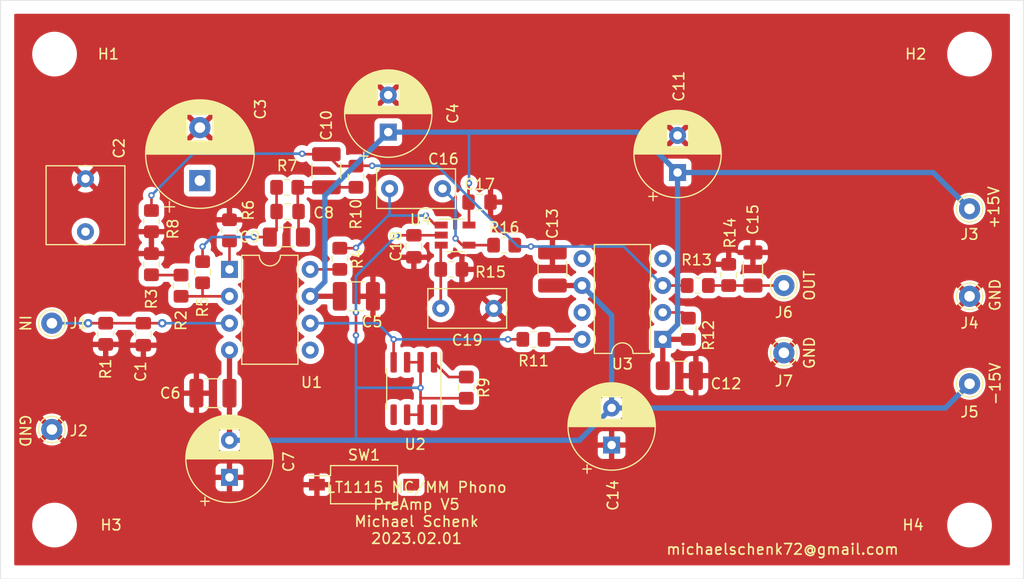
<source format=kicad_pcb>
(kicad_pcb (version 20211014) (generator pcbnew)
  (layers (0 "F.Cu" signal) (31 "B.Cu" signal) (34 "B.Paste" user) (35 "F.Paste" user) (36 "B.SilkS" user "B.Silkscreen") (37 "F.SilkS" user "F.Silkscreen") (38 "B.Mask" user) (39 "F.Mask" user) (44 "Edge.Cuts" user))
  (net 0 "")
  (net 1 "GND")
  (net 2 "Net-(C1-Pad1)")
  (net 3 "Net-(C2-Pad2)")
  (net 4 "+15V")
  (net 5 "-15V")
  (net 6 "Net-(C8-Pad2)")
  (net 7 "Net-(C10-Pad2)")
  (net 8 "SERVO_INR")
  (net 9 "Net-(C15-Pad1)")
  (net 10 "Net-(C16-Pad2)")
  (net 11 "Net-(C19-Pad2)")
  (net 12 "Net-(R2-Pad2)")
  (net 13 "Net-(R2-Pad1)")
  (net 14 "Net-(R6-Pad2)")
  (net 15 "Net-(R9-Pad1)")
  (net 16 "Net-(R11-Pad2)")
  (net 17 "Net-(R11-Pad1)")
  (net 18 "Net-(R12-Pad2)")
  (net 19 "Net-(C16-Pad1)")
  (net 20 "SERVO_OUT")
  (footprint "Capacitor_SMD:C_0805_2012Metric_Pad1.18x1.45mm_HandSolder" (layer "F.Cu") (at 93.472 120.4175 -90)
    (fp_text reference "C1" (at 3.5345 0.254 90) (layer "F.SilkS"))
    (fp_text value "C")
    (pad "1" smd roundrect locked (at -1.0375 0 270) (size 1.175 1.45) (layers "F.Cu" "F.Paste" "F.Mask") (roundrect_rratio 0.2127659574) (net 2 "Net-(C1-Pad1)"))
    (pad "2" smd roundrect locked (at 1.0375 0 270) (size 1.175 1.45) (layers "F.Cu" "F.Paste" "F.Mask") (roundrect_rratio 0.2127659574) (net 1 "GND"))
  )
  (footprint "Capacitor_THT:C_Rect_L7.2mm_W7.2mm_P5.00mm_FKS2_FKP2_MKS2_MKP2" (layer "F.Cu") (at 88.011 105.744 -90)
    (fp_text reference "C2" (at -2.874 -3.175 90) (layer "F.SilkS"))
    (fp_text value "4.7uF")
    (pad "1" thru_hole circle locked (at 0 0 270) (size 1.6 1.6) (drill 0.8) (layers *.Cu *.Mask) (net 1 "GND"))
    (pad "2" thru_hole circle locked (at 5 0 270) (size 1.6 1.6) (drill 0.8) (layers *.Cu *.Mask) (net 3 "Net-(C2-Pad2)"))
  )
  (footprint "Capacitor_THT:CP_Radial_D8.0mm_P3.50mm" (layer "F.Cu") (at 116.586 101.346 90)
    (fp_text reference "C4" (at 1.75 6.096 90) (layer "F.SilkS"))
    (fp_text value "220uF/25V")
    (pad "1" thru_hole rect locked (at 0 0 90) (size 1.6 1.6) (drill 0.8) (layers *.Cu *.Mask) (net 4 "+15V"))
    (pad "2" thru_hole circle locked (at 3.5 0 90) (size 1.6 1.6) (drill 0.8) (layers *.Cu *.Mask) (net 1 "GND"))
  )
  (footprint "Capacitor_SMD:C_1210_3225Metric_Pad1.33x2.70mm_HandSolder" (layer "F.Cu") (at 113.5765 116.84)
    (fp_text reference "C5" (at 1.4855 2.413) (layer "F.SilkS"))
    (fp_text value "1uF")
    (pad "1" smd roundrect locked (at -1.5625 0) (size 1.325 2.7) (layers "F.Cu" "F.Paste" "F.Mask") (roundrect_rratio 0.1886777358) (net 4 "+15V"))
    (pad "2" smd roundrect locked (at 1.5625 0) (size 1.325 2.7) (layers "F.Cu" "F.Paste" "F.Mask") (roundrect_rratio 0.1886777358) (net 1 "GND"))
  )
  (footprint "Capacitor_SMD:C_1210_3225Metric_Pad1.33x2.70mm_HandSolder" (layer "F.Cu") (at 100.0375 125.984)
    (fp_text reference "C6" (at -4.0255 0) (layer "F.SilkS"))
    (fp_text value "1uF")
    (pad "1" smd roundrect locked (at -1.5625 0) (size 1.325 2.7) (layers "F.Cu" "F.Paste" "F.Mask") (roundrect_rratio 0.1886777358) (net 1 "GND"))
    (pad "2" smd roundrect locked (at 1.5625 0) (size 1.325 2.7) (layers "F.Cu" "F.Paste" "F.Mask") (roundrect_rratio 0.1886777358) (net 5 "-15V"))
  )
  (footprint "Capacitor_THT:CP_Radial_D8.0mm_P3.50mm" (layer "F.Cu") (at 101.6 133.929 90)
    (fp_text reference "C7" (at 1.468 5.588 90) (layer "F.SilkS"))
    (fp_text value "220uF/25V")
    (pad "1" thru_hole rect locked (at 0 0 90) (size 1.6 1.6) (drill 0.8) (layers *.Cu *.Mask) (net 1 "GND"))
    (pad "2" thru_hole circle locked (at 3.5 0 90) (size 1.6 1.6) (drill 0.8) (layers *.Cu *.Mask) (net 5 "-15V"))
  )
  (footprint "Capacitor_SMD:C_0805_2012Metric_Pad1.18x1.45mm_HandSolder" (layer "F.Cu") (at 107.0825 108.839 180)
    (fp_text reference "C8" (at -3.4075 -0.127) (layer "F.SilkS"))
    (fp_text value "330pF")
    (pad "1" smd roundrect locked (at -1.0375 0 180) (size 1.175 1.45) (layers "F.Cu" "F.Paste" "F.Mask") (roundrect_rratio 0.2127659574) (net 7 "Net-(C10-Pad2)"))
    (pad "2" smd roundrect locked (at 1.0375 0 180) (size 1.175 1.45) (layers "F.Cu" "F.Paste" "F.Mask") (roundrect_rratio 0.2127659574) (net 6 "Net-(C8-Pad2)"))
  )
  (footprint "Capacitor_SMD:C_1206_3216Metric_Pad1.33x1.80mm_HandSolder" (layer "F.Cu") (at 106.9725 111.252 180)
    (fp_text reference "C9" (at 3.4675 0) (layer "F.SilkS"))
    (fp_text value "3.9nF")
    (pad "1" smd roundrect locked (at -1.5625 0 180) (size 1.325 1.8) (layers "F.Cu" "F.Paste" "F.Mask") (roundrect_rratio 0.1886777358) (net 7 "Net-(C10-Pad2)"))
    (pad "2" smd roundrect locked (at 1.5625 0 180) (size 1.325 1.8) (layers "F.Cu" "F.Paste" "F.Mask") (roundrect_rratio 0.1886777358) (net 6 "Net-(C8-Pad2)"))
  )
  (footprint "Capacitor_SMD:C_1210_3225Metric_Pad1.33x2.70mm_HandSolder" (layer "F.Cu") (at 110.744 104.9905 -90)
    (fp_text reference "C10" (at -4.2795 0 90) (layer "F.SilkS"))
    (fp_text value "15nF")
    (pad "1" smd roundrect locked (at -1.5625 0 270) (size 1.325 2.7) (layers "F.Cu" "F.Paste" "F.Mask") (roundrect_rratio 0.1886777358) (net 8 "SERVO_INR"))
    (pad "2" smd roundrect locked (at 1.5625 0 270) (size 1.325 2.7) (layers "F.Cu" "F.Paste" "F.Mask") (roundrect_rratio 0.1886777358) (net 7 "Net-(C10-Pad2)"))
  )
  (footprint "Capacitor_SMD:C_1210_3225Metric_Pad1.33x2.70mm_HandSolder" (layer "F.Cu") (at 144.0565 124.333)
    (fp_text reference "C12" (at 4.4065 0.762) (layer "F.SilkS"))
    (fp_text value "1uF")
    (pad "1" smd roundrect locked (at -1.5625 0) (size 1.325 2.7) (layers "F.Cu" "F.Paste" "F.Mask") (roundrect_rratio 0.1886777358) (net 4 "+15V"))
    (pad "2" smd roundrect locked (at 1.5625 0) (size 1.325 2.7) (layers "F.Cu" "F.Paste" "F.Mask") (roundrect_rratio 0.1886777358) (net 1 "GND"))
  )
  (footprint "Capacitor_SMD:C_1210_3225Metric_Pad1.33x2.70mm_HandSolder" (layer "F.Cu") (at 132.08 114.2615 -90)
    (fp_text reference "C13" (at -4.2795 0 90) (layer "F.SilkS"))
    (fp_text value "1uF")
    (pad "1" smd roundrect locked (at -1.5625 0 270) (size 1.325 2.7) (layers "F.Cu" "F.Paste" "F.Mask") (roundrect_rratio 0.1886777358) (net 1 "GND"))
    (pad "2" smd roundrect locked (at 1.5625 0 270) (size 1.325 2.7) (layers "F.Cu" "F.Paste" "F.Mask") (roundrect_rratio 0.1886777358) (net 5 "-15V"))
  )
  (footprint "Capacitor_THT:CP_Radial_D8.0mm_P3.50mm" (layer "F.Cu") (at 137.668 130.881 90)
    (fp_text reference "C14" (at -4.755 0.127 90) (layer "F.SilkS"))
    (fp_text value "220uF/25V")
    (pad "1" thru_hole rect locked (at 0 0 90) (size 1.6 1.6) (drill 0.8) (layers *.Cu *.Mask) (net 1 "GND"))
    (pad "2" thru_hole circle locked (at 3.5 0 90) (size 1.6 1.6) (drill 0.8) (layers *.Cu *.Mask) (net 5 "-15V"))
  )
  (footprint "Capacitor_SMD:C_1206_3216Metric_Pad1.33x1.80mm_HandSolder" (layer "F.Cu") (at 151.003 114.2615 90)
    (fp_text reference "C15" (at 4.6605 0 90) (layer "F.SilkS"))
    (fp_text value "3.9nF")
    (pad "1" smd roundrect locked (at -1.5625 0 90) (size 1.325 1.8) (layers "F.Cu" "F.Paste" "F.Mask") (roundrect_rratio 0.1886777358) (net 9 "Net-(C15-Pad1)"))
    (pad "2" smd roundrect locked (at 1.5625 0 90) (size 1.325 1.8) (layers "F.Cu" "F.Paste" "F.Mask") (roundrect_rratio 0.1886777358) (net 1 "GND"))
  )
  (footprint "Capacitor_SMD:C_0805_2012Metric_Pad1.18x1.45mm_HandSolder" (layer "F.Cu") (at 125.2005 107.95)
    (fp_text reference "C17" (at 0 -1.68) (layer "F.SilkS"))
    (fp_text value "100nF")
    (pad "1" smd roundrect locked (at -1.0375 0) (size 1.175 1.45) (layers "F.Cu" "F.Paste" "F.Mask") (roundrect_rratio 0.2127659574) (net 4 "+15V"))
    (pad "2" smd roundrect locked (at 1.0375 0) (size 1.175 1.45) (layers "F.Cu" "F.Paste" "F.Mask") (roundrect_rratio 0.2127659574) (net 1 "GND"))
  )
  (footprint "Capacitor_SMD:C_0805_2012Metric_Pad1.18x1.45mm_HandSolder" (layer "F.Cu") (at 118.999 112.1195 90)
    (fp_text reference "C18" (at 0 -1.68 90) (layer "F.SilkS"))
    (fp_text value "100nF")
    (pad "1" smd roundrect locked (at -1.0375 0 90) (size 1.175 1.45) (layers "F.Cu" "F.Paste" "F.Mask") (roundrect_rratio 0.2127659574) (net 1 "GND"))
    (pad "2" smd roundrect locked (at 1.0375 0 90) (size 1.175 1.45) (layers "F.Cu" "F.Paste" "F.Mask") (roundrect_rratio 0.2127659574) (net 5 "-15V"))
  )
  (footprint "Capacitor_THT:C_Rect_L7.2mm_W3.5mm_P5.00mm_FKS2_FKP2_MKS2_MKP2" (layer "F.Cu") (at 126.539 117.983 180)
    (fp_text reference "C19" (at 2.5 -3) (layer "F.SilkS"))
    (fp_text value "1uF")
    (pad "1" thru_hole circle locked (at 0 0 180) (size 1.6 1.6) (drill 0.8) (layers *.Cu *.Mask) (net 1 "GND"))
    (pad "2" thru_hole circle locked (at 5 0 180) (size 1.6 1.6) (drill 0.8) (layers *.Cu *.Mask) (net 11 "Net-(C19-Pad2)"))
  )
  (footprint "Connector_Pin:Pin_D1.0mm_L10.0mm" (layer "F.Cu") (at 84.836 119.38)
    (fp_text reference "J1" (at 2.54 0) (layer "F.SilkS"))
    (fp_text value "IN")
    (pad "1" thru_hole circle locked (at 0 0) (size 2 2) (drill 1) (layers *.Cu *.Mask) (net 2 "Net-(C1-Pad1)"))
  )
  (footprint "Connector_Pin:Pin_D1.0mm_L10.0mm" (layer "F.Cu") (at 84.836 129.413)
    (fp_text reference "J2" (at 2.54 0.127) (layer "F.SilkS"))
    (fp_text value "IN_GND")
    (pad "1" thru_hole circle locked (at 0 0) (size 2 2) (drill 1) (layers *.Cu *.Mask) (net 1 "GND"))
  )
  (footprint "Connector_Pin:Pin_D1.0mm_L10.0mm" (layer "F.Cu") (at 171.45 108.585)
    (fp_text reference "J3" (at 0 2.413) (layer "F.SilkS"))
    (fp_text value "+15V")
    (pad "1" thru_hole circle locked (at 0 0) (size 2 2) (drill 1) (layers *.Cu *.Mask) (net 4 "+15V"))
  )
  (footprint "Connector_Pin:Pin_D1.0mm_L10.0mm" (layer "F.Cu") (at 171.45 116.84)
    (fp_text reference "J4" (at 0 2.54) (layer "F.SilkS"))
    (fp_text value "GND")
    (pad "1" thru_hole circle locked (at 0 0) (size 2 2) (drill 1) (layers *.Cu *.Mask) (net 1 "GND"))
  )
  (footprint "Connector_Pin:Pin_D1.0mm_L10.0mm" (layer "F.Cu") (at 171.45 125.095)
    (fp_text reference "J5" (at 0 2.667) (layer "F.SilkS"))
    (fp_text value "-15V")
    (pad "1" thru_hole circle locked (at 0 0) (size 2 2) (drill 1) (layers *.Cu *.Mask) (net 5 "-15V"))
  )
  (footprint "Connector_Pin:Pin_D1.0mm_L10.0mm" (layer "F.Cu") (at 153.924 115.824)
    (fp_text reference "J6" (at 0 2.54) (layer "F.SilkS"))
    (fp_text value "OUT")
    (pad "1" thru_hole circle locked (at 0 0) (size 2 2) (drill 1) (layers *.Cu *.Mask) (net 9 "Net-(C15-Pad1)"))
  )
  (footprint "Connector_Pin:Pin_D1.0mm_L10.0mm" (layer "F.Cu") (at 153.924 122.174)
    (fp_text reference "J7" (at 0 2.667) (layer "F.SilkS"))
    (fp_text value "OUT_GND")
    (pad "1" thru_hole circle locked (at 0 0) (size 2 2) (drill 1) (layers *.Cu *.Mask) (net 1 "GND"))
  )
  (footprint "Resistor_SMD:R_0805_2012Metric_Pad1.20x1.40mm_HandSolder" (layer "F.Cu") (at 89.916 120.38 -90)
    (fp_text reference "R1" (at 3.318 0 90) (layer "F.SilkS"))
    (fp_text value "100R")
    (pad "1" smd roundrect locked (at -1 0 270) (size 1.2 1.4) (layers "F.Cu" "F.Paste" "F.Mask") (roundrect_rratio 0.2083325) (net 2 "Net-(C1-Pad1)"))
    (pad "2" smd roundrect locked (at 1 0 270) (size 1.2 1.4) (layers "F.Cu" "F.Paste" "F.Mask") (roundrect_rratio 0.2083325) (net 1 "GND"))
  )
  (footprint "Resistor_SMD:R_0805_2012Metric_Pad1.20x1.40mm_HandSolder" (layer "F.Cu") (at 97.028 115.84 90)
    (fp_text reference "R2" (at -3.286 0 90) (layer "F.SilkS"))
    (fp_text value "22.6R")
    (pad "1" smd roundrect locked (at -1 0 90) (size 1.2 1.4) (layers "F.Cu" "F.Paste" "F.Mask") (roundrect_rratio 0.2083325) (net 13 "Net-(R2-Pad1)"))
    (pad "2" smd roundrect locked (at 1 0 90) (size 1.2 1.4) (layers "F.Cu" "F.Paste" "F.Mask") (roundrect_rratio 0.2083325) (net 12 "Net-(R2-Pad2)"))
  )
  (footprint "Resistor_SMD:R_0805_2012Metric_Pad1.20x1.40mm_HandSolder" (layer "F.Cu") (at 94.234 113.808 90)
    (fp_text reference "R3" (at -3.286 0 90) (layer "F.SilkS"))
    (fp_text value "210R/0R")
    (pad "1" smd roundrect locked (at -1 0 90) (size 1.2 1.4) (layers "F.Cu" "F.Paste" "F.Mask") (roundrect_rratio 0.2083325) (net 12 "Net-(R2-Pad2)"))
    (pad "2" smd roundrect locked (at 1 0 90) (size 1.2 1.4) (layers "F.Cu" "F.Paste" "F.Mask") (roundrect_rratio 0.2083325) (net 1 "GND"))
  )
  (footprint "Resistor_SMD:R_0805_2012Metric_Pad1.20x1.40mm_HandSolder" (layer "F.Cu") (at 99.06 114.57 -90)
    (fp_text reference "R5" (at 3.286 0 90) (layer "F.SilkS"))
    (fp_text value "499R")
    (pad "1" smd roundrect locked (at -1 0 270) (size 1.2 1.4) (layers "F.Cu" "F.Paste" "F.Mask") (roundrect_rratio 0.2083325) (net 6 "Net-(C8-Pad2)"))
    (pad "2" smd roundrect locked (at 1 0 270) (size 1.2 1.4) (layers "F.Cu" "F.Paste" "F.Mask") (roundrect_rratio 0.2083325) (net 13 "Net-(R2-Pad1)"))
  )
  (footprint "Resistor_SMD:R_0805_2012Metric_Pad1.20x1.40mm_HandSolder" (layer "F.Cu") (at 107.045 106.553 180)
    (fp_text reference "R7" (at 0 2.032) (layer "F.SilkS"))
    (fp_text value "17.8k")
    (pad "1" smd roundrect locked (at -1 0 180) (size 1.2 1.4) (layers "F.Cu" "F.Paste" "F.Mask") (roundrect_rratio 0.2083325) (net 7 "Net-(C10-Pad2)"))
    (pad "2" smd roundrect locked (at 1 0 180) (size 1.2 1.4) (layers "F.Cu" "F.Paste" "F.Mask") (roundrect_rratio 0.2083325) (net 6 "Net-(C8-Pad2)"))
  )
  (footprint "Resistor_SMD:R_0805_2012Metric_Pad1.20x1.40mm_HandSolder" (layer "F.Cu") (at 94.234 109.744 -90)
    (fp_text reference "R8" (at 0.746 -2.032 90) (layer "F.SilkS"))
    (fp_text value "82.5k")
    (pad "1" smd roundrect locked (at -1 0 270) (size 1.2 1.4) (layers "F.Cu" "F.Paste" "F.Mask") (roundrect_rratio 0.2083325) (net 8 "SERVO_INR"))
    (pad "2" smd roundrect locked (at 1 0 270) (size 1.2 1.4) (layers "F.Cu" "F.Paste" "F.Mask") (roundrect_rratio 0.2083325) (net 1 "GND"))
  )
  (footprint "Resistor_SMD:R_0805_2012Metric_Pad1.20x1.40mm_HandSolder" (layer "F.Cu") (at 123.952 125.46 -90)
    (fp_text reference "R9" (at 0 -1.65 90) (layer "F.SilkS"))
    (fp_text value "33.2R")
    (pad "1" smd roundrect locked (at -1 0 270) (size 1.2 1.4) (layers "F.Cu" "F.Paste" "F.Mask") (roundrect_rratio 0.2083325) (net 15 "Net-(R9-Pad1)"))
    (pad "2" smd roundrect locked (at 1 0 270) (size 1.2 1.4) (layers "F.Cu" "F.Paste" "F.Mask") (roundrect_rratio 0.2083325) (net 5 "-15V"))
  )
  (footprint "Resistor_SMD:R_0805_2012Metric_Pad1.20x1.40mm_HandSolder" (layer "F.Cu") (at 113.538 105.553 -90)
    (fp_text reference "R10" (at 3.54 0 90) (layer "F.SilkS"))
    (fp_text value "210k")
    (pad "1" smd roundrect locked (at -1 0 270) (size 1.2 1.4) (layers "F.Cu" "F.Paste" "F.Mask") (roundrect_rratio 0.2083325) (net 8 "SERVO_INR"))
    (pad "2" smd roundrect locked (at 1 0 270) (size 1.2 1.4) (layers "F.Cu" "F.Paste" "F.Mask") (roundrect_rratio 0.2083325) (net 7 "Net-(C10-Pad2)"))
  )
  (footprint "Resistor_SMD:R_0805_2012Metric_Pad1.20x1.40mm_HandSolder" (layer "F.Cu") (at 130.286 120.904 180)
    (fp_text reference "R11" (at -0.016 -2.032) (layer "F.SilkS"))
    (fp_text value "100R")
    (pad "1" smd roundrect locked (at -1 0 180) (size 1.2 1.4) (layers "F.Cu" "F.Paste" "F.Mask") (roundrect_rratio 0.2083325) (net 17 "Net-(R11-Pad1)"))
    (pad "2" smd roundrect locked (at 1 0 180) (size 1.2 1.4) (layers "F.Cu" "F.Paste" "F.Mask") (roundrect_rratio 0.2083325) (net 16 "Net-(R11-Pad2)"))
  )
  (footprint "Resistor_SMD:R_0805_2012Metric_Pad1.20x1.40mm_HandSolder" (layer "F.Cu") (at 144.907 119.904 90)
    (fp_text reference "R12" (at -0.619 1.905 90) (layer "F.SilkS"))
    (fp_text value "49.9R")
    (pad "1" smd roundrect locked (at -1 0 90) (size 1.2 1.4) (layers "F.Cu" "F.Paste" "F.Mask") (roundrect_rratio 0.2083325) (net 4 "+15V"))
    (pad "2" smd roundrect locked (at 1 0 90) (size 1.2 1.4) (layers "F.Cu" "F.Paste" "F.Mask") (roundrect_rratio 0.2083325) (net 18 "Net-(R12-Pad2)"))
  )
  (footprint "Resistor_SMD:R_0805_2012Metric_Pad1.20x1.40mm_HandSolder" (layer "F.Cu") (at 145.796 115.824 180)
    (fp_text reference "R13" (at 0.111 2.413) (layer "F.SilkS"))
    (fp_text value "562R")
    (pad "1" smd roundrect locked (at -1 0 180) (size 1.2 1.4) (layers "F.Cu" "F.Paste" "F.Mask") (roundrect_rratio 0.2083325) (net 9 "Net-(C15-Pad1)"))
    (pad "2" smd roundrect locked (at 1 0 180) (size 1.2 1.4) (layers "F.Cu" "F.Paste" "F.Mask") (roundrect_rratio 0.2083325) (net 8 "SERVO_INR"))
  )
  (footprint "Resistor_SMD:R_0805_2012Metric_Pad1.20x1.40mm_HandSolder" (layer "F.Cu") (at 148.717 114.824 90)
    (fp_text reference "R14" (at 3.953 0.127 90) (layer "F.SilkS"))
    (fp_text value "25k")
    (pad "1" smd roundrect locked (at -1 0 90) (size 1.2 1.4) (layers "F.Cu" "F.Paste" "F.Mask") (roundrect_rratio 0.2083325) (net 9 "Net-(C15-Pad1)"))
    (pad "2" smd roundrect locked (at 1 0 90) (size 1.2 1.4) (layers "F.Cu" "F.Paste" "F.Mask") (roundrect_rratio 0.2083325) (net 1 "GND"))
  )
  (footprint "Resistor_SMD:R_0805_2012Metric_Pad1.20x1.40mm_HandSolder" (layer "F.Cu") (at 122.539 114.3)
    (fp_text reference "R15" (at 3.699 0.254) (layer "F.SilkS"))
    (fp_text value "100k")
    (pad "1" smd roundrect locked (at -1 0) (size 1.2 1.4) (layers "F.Cu" "F.Paste" "F.Mask") (roundrect_rratio 0.2083325) (net 11 "Net-(C19-Pad2)"))
    (pad "2" smd roundrect locked (at 1 0) (size 1.2 1.4) (layers "F.Cu" "F.Paste" "F.Mask") (roundrect_rratio 0.2083325) (net 1 "GND"))
  )
  (footprint "Resistor_SMD:R_0805_2012Metric_Pad1.20x1.40mm_HandSolder" (layer "F.Cu") (at 127.524 112.014)
    (fp_text reference "R16" (at 0 -1.65) (layer "F.SilkS"))
    (fp_text value "100k")
    (pad "1" smd roundrect locked (at -1 0) (size 1.2 1.4) (layers "F.Cu" "F.Paste" "F.Mask") (roundrect_rratio 0.2083325) (net 10 "Net-(C16-Pad2)"))
    (pad "2" smd roundrect locked (at 1 0) (size 1.2 1.4) (layers "F.Cu" "F.Paste" "F.Mask") (roundrect_rratio 0.2083325) (net 8 "SERVO_INR"))
  )
  (footprint "Package_DIP:DIP-8_W7.62mm" (layer "F.Cu") (at 101.6 114.3)
    (fp_text reference "U1" (at 7.747 10.668) (layer "F.SilkS"))
    (fp_text value "LT1115")
    (pad "1" thru_hole rect locked (at 0 0) (size 1.6 1.6) (drill 0.8) (layers *.Cu *.Mask) (net 14 "Net-(R6-Pad2)"))
    (pad "2" thru_hole oval locked (at 0 2.54) (size 1.6 1.6) (drill 0.8) (layers *.Cu *.Mask) (net 13 "Net-(R2-Pad1)"))
    (pad "3" thru_hole oval locked (at 0 5.08) (size 1.6 1.6) (drill 0.8) (layers *.Cu *.Mask) (net 2 "Net-(C1-Pad1)"))
    (pad "4" thru_hole oval locked (at 0 7.62) (size 1.6 1.6) (drill 0.8) (layers *.Cu *.Mask) (net 5 "-15V"))
    (pad "5" thru_hole oval locked (at 7.62 7.62) (size 1.6 1.6) (drill 0.8) (layers *.Cu *.Mask))
    (pad "6" thru_hole oval locked (at 7.62 5.08) (size 1.6 1.6) (drill 0.8) (layers *.Cu *.Mask) (net 16 "Net-(R11-Pad2)"))
    (pad "7" thru_hole oval locked (at 7.62 2.54) (size 1.6 1.6) (drill 0.8) (layers *.Cu *.Mask) (net 4 "+15V"))
    (pad "8" thru_hole oval locked (at 7.62 0) (size 1.6 1.6) (drill 0.8) (layers *.Cu *.Mask) (net 20 "SERVO_OUT"))
  )
  (footprint "Package_SO:SOIC-8_3.9x4.9mm_P1.27mm" (layer "F.Cu") (at 118.999 125.541 -90)
    (fp_text reference "U2" (at 5.269 -0.127 180) (layer "F.SilkS"))
    (fp_text value "LM334M")
    (pad "1" smd roundrect locked (at -2.475 -1.905 270) (size 1.95 0.6) (layers "F.Cu" "F.Paste" "F.Mask") (net 15 "Net-(R9-Pad1)"))
    (pad "2" smd roundrect locked (at -2.475 -0.635 270) (size 1.95 0.6) (layers "F.Cu" "F.Paste" "F.Mask") (net 5 "-15V"))
    (pad "3" smd roundrect locked (at -2.475 0.635 270) (size 1.95 0.6) (layers "F.Cu" "F.Paste" "F.Mask") (net 5 "-15V"))
    (pad "4" smd roundrect locked (at -2.475 1.905 270) (size 1.95 0.6) (layers "F.Cu" "F.Paste" "F.Mask") (net 16 "Net-(R11-Pad2)"))
    (pad "5" smd roundrect locked (at 2.475 1.905 270) (size 1.95 0.6) (layers "F.Cu" "F.Paste" "F.Mask"))
    (pad "6" smd roundrect locked (at 2.475 0.635 270) (size 1.95 0.6) (layers "F.Cu" "F.Paste" "F.Mask") (net 5 "-15V"))
    (pad "7" smd roundrect locked (at 2.475 -0.635 270) (size 1.95 0.6) (layers "F.Cu" "F.Paste" "F.Mask") (net 5 "-15V"))
    (pad "8" smd roundrect locked (at 2.475 -1.905 270) (size 1.95 0.6) (layers "F.Cu" "F.Paste" "F.Mask"))
  )
  (footprint "Package_TO_SOT_SMD:TSOT-23-5" (layer "F.Cu") (at 122.896 111.064)
    (fp_text reference "U4" (at -3.262 -1.463) (layer "F.SilkS"))
    (fp_text value "OPA188xxDBV")
    (pad "1" smd rect locked (at -1.31 -0.95) (size 1.22 0.65) (layers "F.Cu" "F.Paste" "F.Mask") (net 19 "Net-(C16-Pad1)"))
    (pad "2" smd rect locked (at -1.31 0) (size 1.22 0.65) (layers "F.Cu" "F.Paste" "F.Mask") (net 5 "-15V"))
    (pad "3" smd rect locked (at -1.31 0.95) (size 1.22 0.65) (layers "F.Cu" "F.Paste" "F.Mask") (net 11 "Net-(C19-Pad2)"))
    (pad "4" smd rect locked (at 1.31 0.95) (size 1.22 0.65) (layers "F.Cu" "F.Paste" "F.Mask") (net 10 "Net-(C16-Pad2)"))
    (pad "5" smd rect locked (at 1.31 -0.95) (size 1.22 0.65) (layers "F.Cu" "F.Paste" "F.Mask") (net 4 "+15V"))
  )
  (footprint "Capacitor_THT:C_Rect_L7.2mm_W3.5mm_P5.00mm_FKS2_FKP2_MKS2_MKP2" (layer "F.Cu") (at 116.713 106.68)
    (fp_text reference "C16" (at 5.08 -2.794) (layer "F.SilkS"))
    (fp_text value "1uF")
    (pad "1" thru_hole circle locked (at 0 0) (size 1.6 1.6) (drill 0.8) (layers *.Cu *.Mask) (net 19 "Net-(C16-Pad1)"))
    (pad "2" thru_hole circle locked (at 5 0) (size 1.6 1.6) (drill 0.8) (layers *.Cu *.Mask) (net 10 "Net-(C16-Pad2)"))
  )
  (footprint "MountingHole:MountingHole_3.2mm_M3" (layer "F.Cu") (at 85.09 93.98)
    (fp_text reference "H1" (at 5.08 0) (layer "F.SilkS"))
    (fp_text value "MountingHole")
    (pad "" np_thru_hole circle locked (at 0 0) (size 3.2 3.2) (drill 3.2) (layers *.Cu *.Mask))
  )
  (footprint "MountingHole:MountingHole_3.2mm_M3" (layer "F.Cu") (at 171.45 93.98)
    (fp_text reference "H2" (at -5.08 0) (layer "F.SilkS"))
    (fp_text value "MountingHole")
    (pad "" np_thru_hole circle locked (at 0 0) (size 3.2 3.2) (drill 3.2) (layers *.Cu *.Mask))
  )
  (footprint "MountingHole:MountingHole_3.2mm_M3" (layer "F.Cu") (at 85.09 138.43)
    (fp_text reference "H3" (at 5.334 0) (layer "F.SilkS"))
    (fp_text value "MountingHole")
    (pad "" np_thru_hole circle locked (at 0 0) (size 3.2 3.2) (drill 3.2) (layers *.Cu *.Mask))
  )
  (footprint "MountingHole:MountingHole_3.2mm_M3" (layer "F.Cu") (at 171.45 138.43)
    (fp_text reference "H4" (at -5.334 0) (layer "F.SilkS"))
    (fp_text value "MountingHole")
    (pad "" np_thru_hole circle locked (at 0 0) (size 3.2 3.2) (drill 3.2) (layers *.Cu *.Mask))
  )
  (footprint "Package_DIP:DIP-8_W7.62mm" (layer "F.Cu") (at 142.494 120.904 180)
    (fp_text reference "U3" (at 3.81 -2.33) (layer "F.SilkS"))
    (fp_text value "LT1010")
    (pad "1" thru_hole rect locked (at 0 0 180) (size 1.6 1.6) (drill 0.8) (layers *.Cu *.Mask) (net 4 "+15V"))
    (pad "2" thru_hole oval locked (at 0 2.54 180) (size 1.6 1.6) (drill 0.8) (layers *.Cu *.Mask) (net 18 "Net-(R12-Pad2)"))
    (pad "3" thru_hole oval locked (at 0 5.08 180) (size 1.6 1.6) (drill 0.8) (layers *.Cu *.Mask) (net 8 "SERVO_INR"))
    (pad "4" thru_hole oval locked (at 0 7.62 180) (size 1.6 1.6) (drill 0.8) (layers *.Cu *.Mask))
    (pad "5" thru_hole oval locked (at 7.62 7.62 180) (size 1.6 1.6) (drill 0.8) (layers *.Cu *.Mask))
    (pad "6" thru_hole oval locked (at 7.62 5.08 180) (size 1.6 1.6) (drill 0.8) (layers *.Cu *.Mask) (net 5 "-15V"))
    (pad "7" thru_hole oval locked (at 7.62 2.54 180) (size 1.6 1.6) (drill 0.8) (layers *.Cu *.Mask))
    (pad "8" thru_hole oval locked (at 7.62 0 180) (size 1.6 1.6) (drill 0.8) (layers *.Cu *.Mask) (net 17 "Net-(R11-Pad1)"))
  )
  (footprint "Resistor_SMD:R_0805_2012Metric_Pad1.20x1.40mm_HandSolder" (layer "F.Cu") (at 101.6 110.617 -90)
    (fp_text reference "R6" (at -1.905 -1.778 90) (layer "F.SilkS"))
    (fp_text value "33.2k")
    (pad "1" smd roundrect locked (at -1 0 270) (size 1.2 1.4) (layers "F.Cu" "F.Paste" "F.Mask") (roundrect_rratio 0.2083325) (net 1 "GND"))
    (pad "2" smd roundrect locked (at 1 0 270) (size 1.2 1.4) (layers "F.Cu" "F.Paste" "F.Mask") (roundrect_rratio 0.2083325) (net 14 "Net-(R6-Pad2)"))
  )
  (footprint "Resistor_SMD:R_0805_2012Metric_Pad1.20x1.40mm_HandSolder" (layer "F.Cu") (at 112.014 113.3 -90)
    (fp_text reference "R4" (at 0 -1.65 90) (layer "F.SilkS"))
    (fp_text value "33.2k")
    (pad "1" smd roundrect locked (at -1 0 270) (size 1.2 1.4) (layers "F.Cu" "F.Paste" "F.Mask") (roundrect_rratio 0.208333) (net 19 "Net-(C16-Pad1)"))
    (pad "2" smd roundrect locked (at 1 0 270) (size 1.2 1.4) (layers "F.Cu" "F.Paste" "F.Mask") (roundrect_rratio 0.208333) (net 20 "SERVO_OUT"))
  )
  (footprint "Capacitor_THT:CP_Radial_D10.0mm_P5.00mm" (layer "F.Cu") (at 98.806 105.918 90)
    (fp_text reference "C3" (at 6.731 5.715 90) (layer "F.SilkS"))
    (fp_text value "2200uF/16V")
    (pad "1" thru_hole rect locked (at 0 0 90) (size 2 2) (drill 1) (layers *.Cu *.Mask) (net 3 "Net-(C2-Pad2)"))
    (pad "2" thru_hole circle locked (at 5 0 90) (size 2 2) (drill 1) (layers *.Cu *.Mask) (net 1 "GND"))
  )
  (footprint "Capacitor_THT:CP_Radial_D8.0mm_P3.50mm" (layer "F.Cu") (at 143.891 105.156 90)
    (fp_text reference "C11" (at 8.128 0.127 90) (layer "F.SilkS"))
    (fp_text value "220uF/25V")
    (pad "1" thru_hole rect locked (at 0 0 90) (size 1.6 1.6) (drill 0.8) (layers *.Cu *.Mask) (net 4 "+15V"))
    (pad "2" thru_hole circle locked (at 3.5 0 90) (size 1.6 1.6) (drill 0.8) (layers *.Cu *.Mask) (net 1 "GND"))
  )
  (footprint "Button_Switch_SMD:SW_DIP_SPSTx01_Slide_Omron_A6S-110x_W8.9mm_P2.54mm" (layer "F.Cu") (at 114.3 134.62)
    (fp_text reference "SW1" (at 0 -2.8) (layer "F.SilkS"))
    (fp_text value "SW_SPST")
    (pad "1" smd rect (at -4.45 0) (size 1.5 1.1) (layers "F.Cu" "F.Paste" "F.Mask") (net 1 "GND"))
    (pad "2" smd rect (at 4.45 0) (size 1.5 1.1) (layers "F.Cu" "F.Paste" "F.Mask") (net 12 "Net-(R2-Pad2)"))
  )
  (gr_line (start 80.01 143.51) (end 80.01 88.9) (layer "Edge.Cuts") (width 0.05))
  (gr_line (start 80.01 88.9) (end 176.53 88.9) (layer "Edge.Cuts") (width 0.05))
  (gr_line (start 176.53 143.51) (end 80.01 143.51) (layer "Edge.Cuts") (width 0.05))
  (gr_line (start 176.53 88.9) (end 176.53 143.51) (layer "Edge.Cuts") (width 0.05))
  (gr_text "GND" (at 156.337 122.174 90) (layer "F.SilkS") (effects (font (size 1 1))))
  (gr_text "GND" (at 173.863 116.713 90) (layer "F.SilkS") (effects (font (size 1 1))))
  (gr_text "+15V" (at 173.736 108.458 90) (layer "F.SilkS") (effects (font (size 1 1))))
  (gr_text "OUT" (at 156.337 115.824 90) (layer "F.SilkS") (effects (font (size 1 1))))
  (gr_text "LT1115 MC/MM Phono\nPreAmp V5\nMichael Schenk\n2023.02.01" (at 119.253 137.287) (layer "F.SilkS") (effects (font (size 1 1))))
  (gr_text "michaelschenk72@gmail.com" (at 153.797 140.716) (layer "F.SilkS") (effects (font (size 1 1))))
  (gr_text "-15V" (at 173.863 125.095 90) (layer "F.SilkS") (effects (font (size 1 1))))
  (gr_text "IN" (at 82.296 119.38 270) (layer "F.SilkS") (effects (font (size 1 1))))
  (gr_text "GND" (at 82.296 129.54 270) (layer "F.SilkS") (effects (font (size 1 1))))
  (segment (start 94.234 110.744) (end 95.885 110.744) (width 0.25) (layer "F.Cu") (net 1))
  (segment (start 94.234 112.808) (end 94.234 110.744) (width 0.25) (layer "F.Cu") (net 1))
  (segment (start 93.472 119.38) (end 95.25 119.38) (width 0.25) (layer "F.Cu") (net 2))
  (segment (start 88.265 119.38) (end 89.916 119.38) (width 0.25) (layer "F.Cu") (net 2))
  (segment (start 89.916 119.38) (end 93.472 119.38) (width 0.25) (layer "F.Cu") (net 2))
  (via (at 95.25 119.38) (size 0.8) (drill 0.4) (layers "F.Cu" "B.Cu") (net 2))
  (via (at 88.265 119.38) (size 0.8) (drill 0.4) (layers "F.Cu" "B.Cu") (net 2))
  (segment (start 95.25 119.38) (end 101.6 119.38) (width 0.25) (layer "B.Cu") (net 2))
  (segment (start 84.836 119.38) (end 88.265 119.38) (width 0.25) (layer "B.Cu") (net 2))
  (segment (start 124.206 110.114) (end 124.206 107.993) (width 0.25) (layer "F.Cu") (net 4))
  (segment (start 124.163 106.215) (end 124.206 106.172) (width 0.25) (layer "F.Cu") (net 4))
  (segment (start 124.206 107.993) (end 124.163 107.95) (width 0.25) (layer "F.Cu") (net 4))
  (segment (start 144.907 120.904) (end 142.494 120.904) (width 0.5) (layer "F.Cu") (net 4))
  (segment (start 124.163 107.95) (end 124.163 106.215) (width 0.25) (layer "F.Cu") (net 4))
  (segment (start 109.22 116.84) (end 112.014 116.84) (width 0.5) (layer "F.Cu") (net 4))
  (segment (start 142.494 120.904) (end 142.494 124.333) (width 0.5) (layer "F.Cu") (net 4))
  (via (at 124.206 106.172) (size 0.6) (drill 0.3) (layers "F.Cu" "B.Cu") (net 4))
  (segment (start 143.891 119.507) (end 142.494 120.904) (width 0.5) (layer "B.Cu") (net 4))
  (segment (start 168.021 105.156) (end 171.45 108.585) (width 0.5) (layer "B.Cu") (net 4))
  (segment (start 140.081 101.346) (end 124.206 101.346) (width 0.5) (layer "B.Cu") (net 4))
  (segment (start 143.891 105.156) (end 143.891 119.507) (width 0.5) (layer "B.Cu") (net 4))
  (segment (start 124.206 106.172) (end 124.206 101.346) (width 0.25) (layer "B.Cu") (net 4))
  (segment (start 110.605001 115.454999) (end 110.605001 107.326999) (width 0.5) (layer "B.Cu") (net 4))
  (segment (start 143.891 105.156) (end 140.081 101.346) (width 0.5) (layer "B.Cu") (net 4))
  (segment (start 110.605001 107.326999) (end 116.586 101.346) (width 0.5) (layer "B.Cu") (net 4))
  (segment (start 124.206 101.346) (end 116.586 101.346) (width 0.5) (layer "B.Cu") (net 4))
  (segment (start 143.891 105.156) (end 168.021 105.156) (width 0.5) (layer "B.Cu") (net 4))
  (segment (start 109.22 116.84) (end 110.605001 115.454999) (width 0.5) (layer "B.Cu") (net 4))
  (segment (start 119.634 125.476) (end 119.634 126.365) (width 0.25) (layer "F.Cu") (net 5))
  (segment (start 101.6 121.92) (end 101.6 125.984) (width 0.5) (layer "F.Cu") (net 5))
  (segment (start 119.634 123.066) (end 119.634 125.476) (width 0.25) (layer "F.Cu") (net 5))
  (segment (start 118.999 111.082) (end 117.391 111.082) (width 0.25) (layer "F.Cu") (net 5))
  (segment (start 119.634 126.365) (end 119.634 128.016) (width 0.25) (layer "F.Cu") (net 5))
  (segment (start 118.364 123.066) (end 119.634 123.066) (width 0.25) (layer "F.Cu") (net 5))
  (segment (start 121.568 111.082) (end 121.586 111.064) (width 0.25) (layer "F.Cu") (net 5))
  (segment (start 134.874 115.824) (end 132.08 115.824) (width 0.5) (layer "F.Cu") (net 5))
  (segment (start 119.729 126.46) (end 119.634 126.365) (width 0.25) (layer "F.Cu") (net 5))
  (segment (start 113.538 118.364) (end 113.538 120.523) (width 0.25) (layer "F.Cu") (net 5))
  (segment (start 101.6 130.429) (end 101.6 125.984) (width 0.5) (layer "F.Cu") (net 5))
  (segment (start 117.391 111.082) (end 117.348 111.125) (width 0.25) (layer "F.Cu") (net 5))
  (segment (start 118.999 111.082) (end 121.568 111.082) (width 0.25) (layer "F.Cu") (net 5))
  (segment (start 119.634 128.016) (end 118.364 128.016) (width 0.25) (layer "F.Cu") (net 5))
  (segment (start 123.952 126.46) (end 119.729 126.46) (width 0.25) (layer "F.Cu") (net 5))
  (via (at 119.634 125.476) (size 0.6) (drill 0.3) (layers "F.Cu" "B.Cu") (net 5))
  (via (at 117.348 111.125) (size 0.6) (drill 0.3) (layers "F.Cu" "B.Cu") (net 5))
  (via (at 113.538 118.364) (size 0.6) (drill 0.3) (layers "F.Cu" "B.Cu") (net 5))
  (via (at 113.538 120.523) (size 0.6) (drill 0.3) (layers "F.Cu" "B.Cu") (net 5))
  (segment (start 113.538 120.523) (end 113.538 125.476) (width 0.25) (layer "B.Cu") (net 5))
  (segment (start 113.538 125.476) (end 113.538 130.175) (width 0.25) (layer "B.Cu") (net 5))
  (segment (start 117.348 111.125) (end 113.538 114.935) (width 0.25) (layer "B.Cu") (net 5))
  (segment (start 169.164 127.381) (end 171.45 125.095) (width 0.5) (layer "B.Cu") (net 5))
  (segment (start 137.668 127.381) (end 169.164 127.381) (width 0.5) (layer "B.Cu") (net 5))
  (segment (start 137.668 127.381) (end 137.668 118.618) (width 0.5) (layer "B.Cu") (net 5))
  (segment (start 101.6 130.429) (end 113.284 130.429) (width 0.5) (layer "B.Cu") (net 5))
  (segment (start 113.538 130.175) (end 113.284 130.429) (width 0.25) (layer "B.Cu") (net 5))
  (segment (start 134.62 130.429) (end 137.668 127.381) (width 0.5) (layer "B.Cu") (net 5))
  (segment (start 113.284 130.429) (end 134.62 130.429) (width 0.5) (layer "B.Cu") (net 5))
  (segment (start 137.668 118.618) (end 134.874 115.824) (width 0.5) (layer "B.Cu") (net 5))
  (segment (start 119.634 125.476) (end 113.538 125.476) (width 0.25) (layer "B.Cu") (net 5))
  (segment (start 113.538 114.935) (end 113.538 118.364) (width 0.25) (layer "B.Cu") (net 5))
  (segment (start 103.886 111.252) (end 105.41 111.252) (width 0.25) (layer "F.Cu") (net 6))
  (segment (start 106.045 110.617) (end 105.41 111.252) (width 0.25) (layer "F.Cu") (net 6))
  (segment (start 106.045 108.839) (end 106.045 110.617) (width 0.25) (layer "F.Cu") (net 6))
  (segment (start 99.06 113.57) (end 99.06 112.141) (width 0.25) (layer "F.Cu") (net 6))
  (segment (start 106.045 106.553) (end 106.045 108.839) (width 0.25) (layer "F.Cu") (net 6))
  (via (at 103.886 111.252) (size 0.6) (drill 0.3) (layers "F.Cu" "B.Cu") (net 6))
  (via (at 99.06 112.141) (size 0.6) (drill 0.3) (layers "F.Cu" "B.Cu") (net 6))
  (segment (start 99.06 112.141) (end 99.949 111.252) (width 0.25) (layer "B.Cu") (net 6))
  (segment (start 99.949 111.252) (end 103.886 111.252) (width 0.25) (layer "B.Cu") (net 6))
  (segment (start 108.12 110.837) (end 108.535 111.252) (width 0.25) (layer "F.Cu") (net 7))
  (segment (start 108.045 106.553) (end 108.045 108.764) (width 0.25) (layer "F.Cu") (net 7))
  (segment (start 108.045 108.764) (end 108.12 108.839) (width 0.25) (layer "F.Cu") (net 7))
  (segment (start 113.538 106.553) (end 110.744 106.553) (width 0.25) (layer "F.Cu") (net 7))
  (segment (start 108.12 108.839) (end 108.12 110.837) (width 0.25) (layer "F.Cu") (net 7))
  (segment (start 110.744 106.553) (end 108.045 106.553) (width 0.25) (layer "F.Cu") (net 7))
  (segment (start 111.869 104.553) (end 110.744 103.428) (width 0.25) (layer "F.Cu") (net 8))
  (segment (start 130.048 112.141) (end 128.651 112.141) (width 0.25) (layer "F.Cu") (net 8))
  (segment (start 128.651 112.141) (end 128.524 112.014) (width 0.25) (layer "F.Cu") (net 8))
  (segment (start 113.57 104.521) (end 113.538 104.553) (width 0.25) (layer "F.Cu") (net 8))
  (segment (start 142.494 115.824) (end 144.796 115.824) (width 0.25) (layer "F.Cu") (net 8))
  (segment (start 115.062 104.521) (end 113.57 104.521) (width 0.25) (layer "F.Cu") (net 8))
  (segment (start 110.744 103.428) (end 108.508 103.428) (width 0.25) (layer "F.Cu") (net 8))
  (segment (start 108.508 103.428) (end 108.458 103.378) (width 0.25) (layer "F.Cu") (net 8))
  (segment (start 113.538 104.553) (end 111.869 104.553) (width 0.25) (layer "F.Cu") (net 8))
  (segment (start 94.234 108.744) (end 94.234 107.315) (width 0.25) (layer "F.Cu") (net 8))
  (via (at 115.062 104.521) (size 0.6) (drill 0.3) (layers "F.Cu" "B.Cu") (net 8))
  (via (at 130.048 112.141) (size 0.6) (drill 0.3) (layers "F.Cu" "B.Cu") (net 8))
  (via (at 94.234 107.315) (size 0.6) (drill 0.3) (layers "F.Cu" "B.Cu") (net 8))
  (via (at 108.458 103.378) (size 0.6) (drill 0.3) (layers "F.Cu" "B.Cu") (net 8))
  (segment (start 128.839002 112.141) (end 130.048 112.141) (width 0.25) (layer "B.Cu") (net 8))
  (segment (start 115.062 104.521) (end 121.219002 104.521) (width 0.25) (layer "B.Cu") (net 8))
  (segment (start 98.171 103.378) (end 94.234 107.315) (width 0.25) (layer "B.Cu") (net 8))
  (segment (start 108.458 103.378) (end 98.171 103.378) (width 0.25) (layer "B.Cu") (net 8))
  (segment (start 138.811 112.141) (end 130.048 112.141) (width 0.25) (layer "B.Cu") (net 8))
  (segment (start 142.494 115.824) (end 138.811 112.141) (width 0.25) (layer "B.Cu") (net 8))
  (segment (start 121.219002 104.521) (end 128.839002 112.141) (width 0.25) (layer "B.Cu") (net 8))
  (segment (start 151.003 115.824) (end 153.924 115.824) (width 0.25) (layer "F.Cu") (net 9))
  (segment (start 146.796 115.824) (end 148.717 115.824) (width 0.25) (layer "F.Cu") (net 9))
  (segment (start 148.717 115.824) (end 151.003 115.824) (width 0.25) (layer "F.Cu") (net 9))
  (segment (start 123.571 112.014) (end 122.936 111.379) (width 0.25) (layer "F.Cu") (net 10))
  (segment (start 124.206 112.014) (end 126.524 112.014) (width 0.25) (layer "F.Cu") (net 10))
  (segment (start 124.206 112.014) (end 123.571 112.014) (width 0.25) (layer "F.Cu") (net 10))
  (via (at 122.936 111.379) (size 0.6) (drill 0.3) (layers "F.Cu" "B.Cu") (net 10))
  (segment (start 122.936 107.903) (end 121.713 106.68) (width 0.25) (layer "B.Cu") (net 10))
  (segment (start 122.936 111.379) (end 122.936 107.903) (width 0.25) (layer "B.Cu") (net 10))
  (segment (start 121.539 114.3) (end 121.539 112.061) (width 0.25) (layer "F.Cu") (net 11))
  (segment (start 121.539 117.983) (end 121.539 114.3) (width 0.25) (layer "F.Cu") (net 11))
  (segment (start 121.539 112.061) (end 121.586 112.014) (width 0.25) (layer "F.Cu") (net 11))
  (segment (start 94.266 114.84) (end 94.234 114.808) (width 0.25) (layer "F.Cu") (net 12))
  (segment (start 97.028 114.84) (end 94.266 114.84) (width 0.25) (layer "F.Cu") (net 12))
  (segment (start 99.06 115.57) (end 99.06 116.84) (width 0.25) (layer "F.Cu") (net 13))
  (segment (start 101.6 116.84) (end 99.06 116.84) (width 0.25) (layer "F.Cu") (net 13))
  (segment (start 99.06 116.84) (end 97.028 116.84) (width 0.25) (layer "F.Cu") (net 13))
  (segment (start 101.6 114.3) (end 101.6 111.617) (width 0.25) (layer "F.Cu") (net 14))
  (segment (start 123.952 124.46) (end 122.298 124.46) (width 0.25) (layer "F.Cu") (net 15))
  (segment (start 122.298 124.46) (end 120.904 123.066) (width 0.25) (layer "F.Cu") (net 15))
  (segment (start 129.286 120.904) (end 127.889 120.904) (width 0.25) (layer "F.Cu") (net 16))
  (segment (start 117.094 120.904) (end 117.094 123.066) (width 0.25) (layer "F.Cu") (net 16))
  (via (at 127.889 120.904) (size 0.6) (drill 0.3) (layers "F.Cu" "B.Cu") (net 16))
  (via (at 117.094 120.904) (size 0.6) (drill 0.3) (layers "F.Cu" "B.Cu") (net 16))
  (segment (start 127.889 120.904) (end 117.094 120.904) (width 0.25) (layer "B.Cu") (net 16))
  (segment (start 109.22 119.38) (end 115.57 119.38) (width 0.25) (layer "B.Cu") (net 16))
  (segment (start 115.57 119.38) (end 117.094 120.904) (width 0.25) (layer "B.Cu") (net 16))
  (segment (start 134.874 120.904) (end 131.286 120.904) (width 0.25) (layer "F.Cu") (net 17))
  (segment (start 144.367 118.364) (end 144.907 118.904) (width 0.25) (layer "F.Cu") (net 18))
  (segment (start 142.494 118.364) (end 144.367 118.364) (width 0.25) (layer "F.Cu") (net 18))
  (segment (start 121.586 110.114) (end 121.036 110.114) (width 0.25) (layer "F.Cu") (net 19))
  (segment (start 121.036 110.114) (end 120.142 109.22) (width 0.25) (layer "F.Cu") (net 19))
  (segment (start 112.014 112.3) (end 113.506 112.3) (width 0.25) (layer "F.Cu") (net 19))
  (segment (start 113.506 112.3) (end 113.538 112.268) (width 0.25) (layer "F.Cu") (net 19))
  (via (at 120.142 109.22) (size 0.6) (drill 0.3) (layers "F.Cu" "B.Cu") (net 19))
  (via (at 113.538 112.268) (size 0.6) (drill 0.3) (layers "F.Cu" "B.Cu") (net 19))
  (segment (start 116.586 109.22) (end 113.538 112.268) (width 0.25) (layer "B.Cu") (net 19))
  (segment (start 116.713 109.22) (end 116.586 109.22) (width 0.25) (layer "B.Cu") (net 19))
  (segment (start 116.713 109.22) (end 120.142 109.22) (width 0.25) (layer "B.Cu") (net 19))
  (segment (start 116.713 106.68) (end 116.713 109.22) (width 0.25) (layer "B.Cu") (net 19))
  (segment (start 109.22 114.3) (end 112.014 114.3) (width 0.25) (layer "F.Cu") (net 20))
  (zone (net 1) (net_name "GND") (layer "F.Cu") (connect_pads (clearance 0.508)) (min_thickness 0.254) (fill yes (thermal_gap 0.508) (thermal_bridge_width 0.508))
    (polygon (pts (xy 175.26 142.24) (xy 81.28 142.24) (xy 81.28 90.17) (xy 175.26 90.17)))
  )
)
</source>
